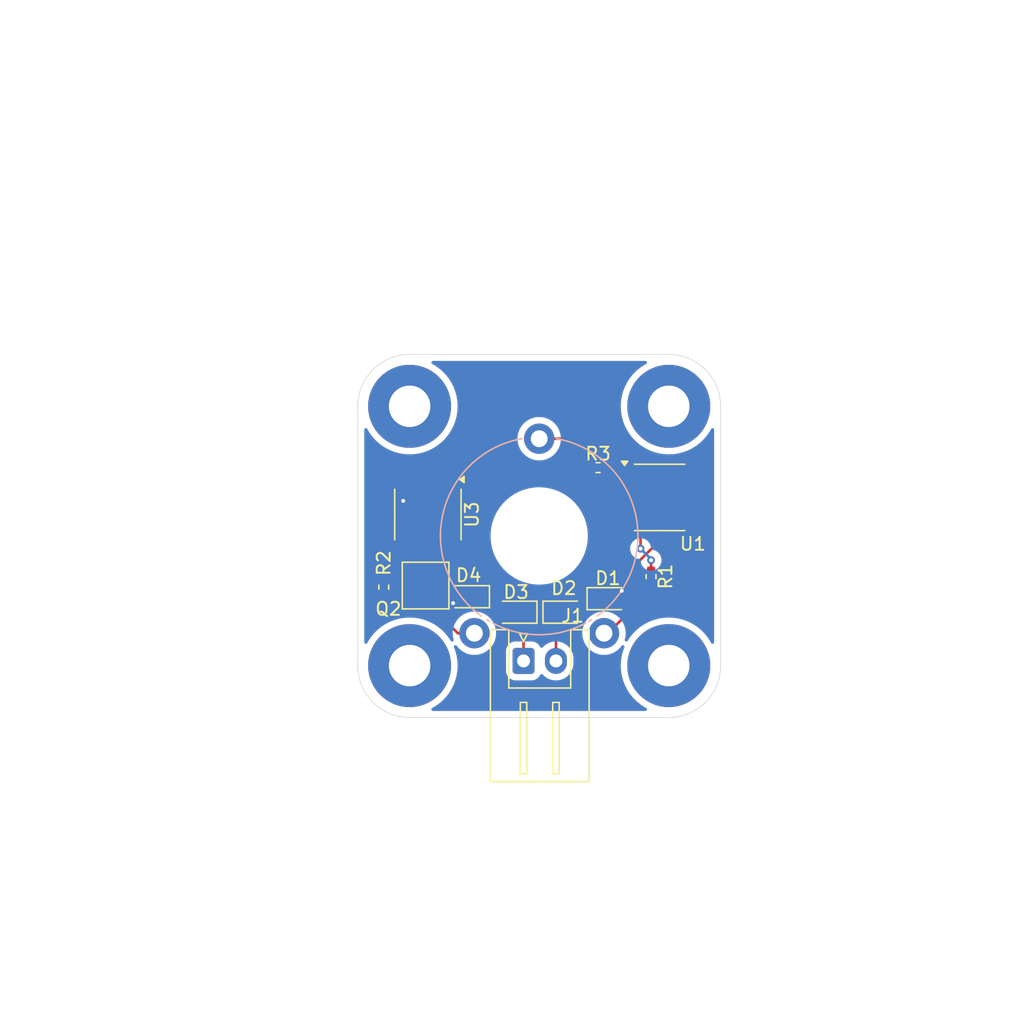
<source format=kicad_pcb>
(kicad_pcb (version 20240108) (generator "pcbnew") (generator_version "8.0")
  (layers (0 "F.Cu" signal) (31 "B.Cu" signal) (34 "B.Paste" user) (35 "F.Paste" user) (36 "B.SilkS" user "B.Silkscreen") (37 "F.SilkS" user "F.Silkscreen") (38 "B.Mask" user) (39 "F.Mask" user) (44 "Edge.Cuts" user))
  (net 0 "")
  (net 1 "GND")
  (net 2 "Net-(D1-K)")
  (net 3 "VCC")
  (net 4 "Net-(D3-A)")
  (net 5 "Net-(Q2-E)")
  (net 6 "Net-(Q2-B)")
  (net 7 "Net-(U1A--)")
  (net 9 "Net-(U1A-+)")
  (net 12 "Net-(U1C-V-)")
  (net 13 "Net-(R1-Pad1)")
  (net 14 "Net-(R2-Pad2)")
  (net 27 "Net-(U3-VREF)")
  (net 28 "Net-(U3-IIN)")
  (net 29 "Net-(U1C-V+)")
  (footprint "Resistor_SMD:R_0402_1005Metric" (layer "F.Cu") (at 138.9634 83.0834 180)
    (property "Reference" "R3" (at 0 1.0668 0) (layer "F.SilkS"))
    (property "Value" "10k")
    (fp_line (start -0.153641 0.38) (end 0.153641 0.38) (stroke (width 0.12)) (layer "F.SilkS"))
    (fp_line (start -0.153641 -0.38) (end 0.153641 -0.38) (stroke (width 0.12)) (layer "F.SilkS"))
    (pad "1" smd roundrect (at -0.51 0 180) (size 0.54 0.64) (layers "F.Cu" "F.Paste" "F.Mask") (net 7 "Net-(U1A--)"))
    (pad "2" smd roundrect (at 0.51 0 180) (size 0.54 0.64) (layers "F.Cu" "F.Paste" "F.Mask") (net 28 "Net-(U3-IIN)"))
  )
  (footprint "Resistor_SMD:R_0402_1005Metric" (layer "F.Cu") (at 122.428 92.3036 -90)
    (property "Reference" "R2" (at -1.8542 0 90) (layer "F.SilkS"))
    (property "Value" "1k")
    (fp_line (start -0.153641 0.38) (end 0.153641 0.38) (stroke (width 0.12)) (layer "F.SilkS"))
    (fp_line (start -0.153641 -0.38) (end 0.153641 -0.38) (stroke (width 0.12)) (layer "F.SilkS"))
    (pad "1" smd roundrect (at -0.51 0 270) (size 0.54 0.64) (layers "F.Cu" "F.Paste" "F.Mask") (net 27 "Net-(U3-VREF)"))
    (pad "2" smd roundrect (at 0.51 0 270) (size 0.54 0.64) (layers "F.Cu" "F.Paste" "F.Mask") (net 14 "Net-(R2-Pad2)"))
  )
  (footprint "MountingHole:MountingHole_3.2mm_M3_Pad_TopBottom" (layer "F.Cu") (at 124.4201 98.3541)
    (property "Reference" "H2" (hide yes))
    (property "Value" "MountingHole_Pad")
    (pad "1" thru_hole circle (at 0 0) (size 3.6 3.6) (drill 3.2) (layers "*.Cu" "*.Mask"))
    (pad "1" connect circle (at 0 0) (size 6.4 6.4) (layers "F.Cu" "F.Mask"))
    (pad "1" connect circle (at 0 0) (size 6.4 6.4) (layers "B.Cu" "B.Mask"))
  )
  (footprint "MountingHole:MountingHole_3.2mm_M3_Pad_TopBottom" (layer "F.Cu") (at 144.4201 78.3541)
    (property "Reference" "H4" (hide yes))
    (property "Value" "MountingHole_Pad")
    (pad "1" thru_hole circle (at 0 0) (size 3.6 3.6) (drill 3.2) (layers "*.Cu" "*.Mask"))
    (pad "1" connect circle (at 0 0) (size 6.4 6.4) (layers "F.Cu" "F.Mask"))
    (pad "1" connect circle (at 0 0) (size 6.4 6.4) (layers "B.Cu" "B.Mask"))
  )
  (footprint "Diode_SMD:D_SOD-323" (layer "F.Cu") (at 136.3218 94.234)
    (property "Reference" "D2" (at 0 -1.85 0) (layer "F.SilkS"))
    (property "Value" "1N4148")
    (fp_line (start -1.61 -0.85) (end -1.61 0.85) (stroke (width 0.12)) (layer "F.SilkS"))
    (fp_line (start -1.61 -0.85) (end 1.05 -0.85) (stroke (width 0.12)) (layer "F.SilkS"))
    (fp_line (start -1.61 0.85) (end 1.05 0.85) (stroke (width 0.12)) (layer "F.SilkS"))
    (pad "1" smd roundrect (at -1.05 0) (size 0.6 0.45) (layers "F.Cu" "F.Paste" "F.Mask") (net 3 "VCC"))
    (pad "2" smd roundrect (at 1.05 0) (size 0.6 0.45) (layers "F.Cu" "F.Paste" "F.Mask") (net 2 "Net-(D1-K)"))
  )
  (footprint "Diode_SMD:D_SOD-323" (layer "F.Cu") (at 132.6388 94.234 180)
    (property "Reference" "D3" (at 0 1.5494 0) (layer "F.SilkS"))
    (property "Value" "1N4148")
    (fp_line (start -1.61 0.85) (end 1.05 0.85) (stroke (width 0.12)) (layer "F.SilkS"))
    (fp_line (start -1.61 -0.85) (end 1.05 -0.85) (stroke (width 0.12)) (layer "F.SilkS"))
    (fp_line (start -1.61 -0.85) (end -1.61 0.85) (stroke (width 0.12)) (layer "F.SilkS"))
    (pad "1" smd roundrect (at -1.05 0 180) (size 0.6 0.45) (layers "F.Cu" "F.Paste" "F.Mask") (net 3 "VCC"))
    (pad "2" smd roundrect (at 1.05 0 180) (size 0.6 0.45) (layers "F.Cu" "F.Paste" "F.Mask") (net 4 "Net-(D3-A)"))
  )
  (footprint "Diode_SMD:D_SOD-323" (layer "F.Cu") (at 128.9726 93.0402 180)
    (property "Reference" "D4" (at 0 1.651 0) (layer "F.SilkS"))
    (property "Value" "1N4148")
    (fp_line (start -1.61 0.85) (end 1.05 0.85) (stroke (width 0.12)) (layer "F.SilkS"))
    (fp_line (start -1.61 -0.85) (end 1.05 -0.85) (stroke (width 0.12)) (layer "F.SilkS"))
    (fp_line (start -1.61 -0.85) (end -1.61 0.85) (stroke (width 0.12)) (layer "F.SilkS"))
    (pad "1" smd roundrect (at -1.05 0 180) (size 0.6 0.45) (layers "F.Cu" "F.Paste" "F.Mask") (net 4 "Net-(D3-A)"))
    (pad "2" smd roundrect (at 1.05 0 180) (size 0.6 0.45) (layers "F.Cu" "F.Paste" "F.Mask") (net 1 "GND"))
  )
  (footprint "MountingHole:MountingHole_3.2mm_M3_Pad_TopBottom" (layer "F.Cu") (at 124.4201 78.3541)
    (property "Reference" "H1" (hide yes))
    (property "Value" "MountingHole_Pad")
    (pad "1" thru_hole circle (at 0 0) (size 3.6 3.6) (drill 3.2) (layers "*.Cu" "*.Mask"))
    (pad "1" connect circle (at 0 0) (size 6.4 6.4) (layers "F.Cu" "F.Mask"))
    (pad "1" connect circle (at 0 0) (size 6.4 6.4) (layers "B.Cu" "B.Mask"))
  )
  (footprint "Package_SO:SOIC-8_3.9x4.9mm_P1.27mm" (layer "F.Cu") (at 125.8316 86.7044 -90)
    (property "Reference" "U3" (at 0 -3.4 90) (layer "F.SilkS"))
    (property "Value" "XTR116U")
    (fp_line (start 0 2.56) (end -1.95 2.56) (stroke (width 0.12)) (layer "F.SilkS"))
    (fp_line (start 0 2.56) (end 1.95 2.56) (stroke (width 0.12)) (layer "F.SilkS"))
    (fp_line (start 0 -2.56) (end -1.95 -2.56) (stroke (width 0.12)) (layer "F.SilkS"))
    (fp_line (start 0 -2.56) (end 1.95 -2.56) (stroke (width 0.12)) (layer "F.SilkS"))
    (fp_poly (pts (xy -2.7 -2.465) (xy -2.94 -2.795) (xy -2.46 -2.795) (xy -2.7 -2.465)) (stroke (width 0.12)) (fill solid) (layer "F.SilkS"))
    (pad "1" smd roundrect (at -2.475 -1.905 270) (size 1.95 0.6) (layers "F.Cu" "F.Paste" "F.Mask") (net 27 "Net-(U3-VREF)"))
    (pad "2" smd roundrect (at -2.475 -0.635 270) (size 1.95 0.6) (layers "F.Cu" "F.Paste" "F.Mask") (net 28 "Net-(U3-IIN)"))
    (pad "3" smd roundrect (at -2.475 0.635 270) (size 1.95 0.6) (layers "F.Cu" "F.Paste" "F.Mask") (net 12 "Net-(U1C-V-)"))
    (pad "4" smd roundrect (at -2.475 1.905 270) (size 1.95 0.6) (layers "F.Cu" "F.Paste" "F.Mask") (net 1 "GND"))
    (pad "5" smd roundrect (at 2.475 1.905 270) (size 1.95 0.6) (layers "F.Cu" "F.Paste" "F.Mask") (net 5 "Net-(Q2-E)"))
    (pad "6" smd roundrect (at 2.475 0.635 270) (size 1.95 0.6) (layers "F.Cu" "F.Paste" "F.Mask") (net 6 "Net-(Q2-B)"))
    (pad "7" smd roundrect (at 2.475 -0.635 270) (size 1.95 0.6) (layers "F.Cu" "F.Paste" "F.Mask") (net 3 "VCC"))
    (pad "8" smd roundrect (at 2.475 -1.905 270) (size 1.95 0.6) (layers "F.Cu" "F.Paste" "F.Mask") (net 29 "Net-(U1C-V+)"))
  )
  (footprint "Connector_JST:JST_XH_S2B-XH-A_1x02_P2.50mm_Horizontal" (layer "F.Cu") (at 133.2122 97.9932)
    (property "Reference" "J1" (at 3.7954 -3.4798 0) (layer "F.SilkS"))
    (property "Value" "current")
    (fp_line (start -2.56 -2.41) (end -1.14 -2.41) (stroke (width 0.12)) (layer "F.SilkS"))
    (fp_line (start -2.56 9.31) (end -2.56 -2.41) (stroke (width 0.12)) (layer "F.SilkS"))
    (fp_line (start -1.14 -2.41) (end -1.14 2.09) (stroke (width 0.12)) (layer "F.SilkS"))
    (fp_line (start -1.14 2.09) (end 1.25 2.09) (stroke (width 0.12)) (layer "F.SilkS"))
    (fp_line (start -0.3 -2.1) (end 0.3 -2.1) (stroke (width 0.12)) (layer "F.SilkS"))
    (fp_line (start -0.25 3.2) (end -0.25 8.7) (stroke (width 0.12)) (layer "F.SilkS"))
    (fp_line (start -0.25 8.7) (end 0.25 8.7) (stroke (width 0.12)) (layer "F.SilkS"))
    (fp_line (start 0 -1.5) (end -0.3 -2.1) (stroke (width 0.12)) (layer "F.SilkS"))
    (fp_line (start 0.25 3.2) (end -0.25 3.2) (stroke (width 0.12)) (layer "F.SilkS"))
    (fp_line (start 0.25 8.7) (end 0.25 3.2) (stroke (width 0.12)) (layer "F.SilkS"))
    (fp_line (start 0.3 -2.1) (end 0 -1.5) (stroke (width 0.12)) (layer "F.SilkS"))
    (fp_line (start 1.25 9.31) (end -2.56 9.31) (stroke (width 0.12)) (layer "F.SilkS"))
    (fp_line (start 1.25 9.31) (end 5.06 9.31) (stroke (width 0.12)) (layer "F.SilkS"))
    (fp_line (start 2.25 3.2) (end 2.25 8.7) (stroke (width 0.12)) (layer "F.SilkS"))
    (fp_line (start 2.25 8.7) (end 2.75 8.7) (stroke (width 0.12)) (layer "F.SilkS"))
    (fp_line (start 2.75 3.2) (end 2.25 3.2) (stroke (width 0.12)) (layer "F.SilkS"))
    (fp_line (start 2.75 8.7) (end 2.75 3.2) (stroke (width 0.12)) (layer "F.SilkS"))
    (fp_line (start 3.64 -2.41) (end 3.64 2.09) (stroke (width 0.12)) (layer "F.SilkS"))
    (fp_line (start 3.64 2.09) (end 1.25 2.09) (stroke (width 0.12)) (layer "F.SilkS"))
    (fp_line (start 5.06 -2.41) (end 3.64 -2.41) (stroke (width 0.12)) (layer "F.SilkS"))
    (fp_line (start 5.06 9.31) (end 5.06 -2.41) (stroke (width 0.12)) (layer "F.SilkS"))
    (pad "1" thru_hole roundrect (at 0 0) (size 1.7 2) (drill 1) (layers "*.Cu" "*.Mask") (roundrect_rratio 0.147059) (net 4 "Net-(D3-A)"))
    (pad "2" thru_hole oval (at 2.5 0) (size 1.7 2) (drill 1) (layers "*.Cu" "*.Mask") (net 2 "Net-(D1-K)"))
  )
  (footprint "Diode_SMD:D_SOD-323" (layer "F.Cu") (at 139.7254 93.1926)
    (property "Reference" "D1" (at 0 -1.5748 0) (layer "F.SilkS"))
    (property "Value" "1N4148")
    (fp_line (start -1.61 -0.85) (end -1.61 0.85) (stroke (width 0.12)) (layer "F.SilkS"))
    (fp_line (start -1.61 -0.85) (end 1.05 -0.85) (stroke (width 0.12)) (layer "F.SilkS"))
    (fp_line (start -1.61 0.85) (end 1.05 0.85) (stroke (width 0.12)) (layer "F.SilkS"))
    (pad "1" smd roundrect (at -1.05 0) (size 0.6 0.45) (layers "F.Cu" "F.Paste" "F.Mask") (net 2 "Net-(D1-K)"))
    (pad "2" smd roundrect (at 1.05 0) (size 0.6 0.45) (layers "F.Cu" "F.Paste" "F.Mask") (net 1 "GND"))
  )
  (footprint "Resistor_SMD:R_0402_1005Metric" (layer "F.Cu") (at 143.0528 91.4908 90)
    (property "Reference" "R1" (at 0 1.1176 90) (layer "F.SilkS"))
    (property "Value" "1k")
    (fp_line (start -0.153641 -0.38) (end 0.153641 -0.38) (stroke (width 0.12)) (layer "F.SilkS"))
    (fp_line (start -0.153641 0.38) (end 0.153641 0.38) (stroke (width 0.12)) (layer "F.SilkS"))
    (pad "1" smd roundrect (at -0.51 0 90) (size 0.54 0.64) (layers "F.Cu" "F.Paste" "F.Mask") (net 13 "Net-(R1-Pad1)"))
    (pad "2" smd roundrect (at 0.51 0 90) (size 0.54 0.64) (layers "F.Cu" "F.Paste" "F.Mask") (net 12 "Net-(U1C-V-)"))
  )
  (footprint "Package_SO:SOIC-8_3.9x4.9mm_P1.27mm" (layer "F.Cu") (at 143.7132 85.3836)
    (property "Reference" "U1" (at 2.5654 3.5814 0) (layer "F.SilkS"))
    (property "Value" "LM358")
    (fp_line (start 0 -2.56) (end -1.95 -2.56) (stroke (width 0.12)) (layer "F.SilkS"))
    (fp_line (start 0 -2.56) (end 1.95 -2.56) (stroke (width 0.12)) (layer "F.SilkS"))
    (fp_line (start 0 2.56) (end -1.95 2.56) (stroke (width 0.12)) (layer "F.SilkS"))
    (fp_line (start 0 2.56) (end 1.95 2.56) (stroke (width 0.12)) (layer "F.SilkS"))
    (fp_poly (pts (xy -2.7 -2.465) (xy -2.94 -2.795) (xy -2.46 -2.795) (xy -2.7 -2.465)) (stroke (width 0.12)) (fill solid) (layer "F.SilkS"))
    (pad "1" smd roundrect (at -2.475 -1.905) (size 1.95 0.6) (layers "F.Cu" "F.Paste" "F.Mask") (net 7 "Net-(U1A--)"))
    (pad "2" smd roundrect (at -2.475 -0.635) (size 1.95 0.6) (layers "F.Cu" "F.Paste" "F.Mask") (net 7 "Net-(U1A--)"))
    (pad "3" smd roundrect (at -2.475 0.635) (size 1.95 0.6) (layers "F.Cu" "F.Paste" "F.Mask") (net 9 "Net-(U1A-+)"))
    (pad "4" smd roundrect (at -2.475 1.905) (size 1.95 0.6) (layers "F.Cu" "F.Paste" "F.Mask") (net 12 "Net-(U1C-V-)"))
    (pad "5" smd roundrect (at 2.475 1.905) (size 1.95 0.6) (layers "F.Cu" "F.Paste" "F.Mask"))
    (pad "6" smd roundrect (at 2.475 0.635) (size 1.95 0.6) (layers "F.Cu" "F.Paste" "F.Mask"))
    (pad "7" smd roundrect (at 2.475 -0.635) (size 1.95 0.6) (layers "F.Cu" "F.Paste" "F.Mask"))
    (pad "8" smd roundrect (at 2.475 -1.905) (size 1.95 0.6) (layers "F.Cu" "F.Paste" "F.Mask") (net 29 "Net-(U1C-V+)"))
  )
  (footprint "PCM_Package_TO_SOT_SMD_AKL:SOT-23" (layer "F.Cu") (at 125.6538 92.1796)
    (property "Reference" "Q2" (at -2.8702 1.8004 0) (layer "F.SilkS"))
    (property "Value" "MMBT2222A" (hide yes))
    (fp_line (start -1.8 -1.8) (end -1.8 1.8) (stroke (width 0.12)) (layer "F.SilkS"))
    (fp_line (start -1.8 1.8) (end 1.8 1.8) (stroke (width 0.12)) (layer "F.SilkS"))
    (fp_line (start 1.8 -1.8) (end -1.8 -1.8) (stroke (width 0.12)) (layer "F.SilkS"))
    (fp_line (start 1.8 1.8) (end 1.8 -1.8) (stroke (width 0.12)) (layer "F.SilkS"))
    (pad "1" smd roundrect (at -1 -0.95) (size 0.9 0.8) (layers "F.Cu" "F.Paste" "F.Mask") (net 6 "Net-(Q2-B)"))
    (pad "2" smd roundrect (at -1 0.95) (size 0.9 0.8) (layers "F.Cu" "F.Paste" "F.Mask") (net 5 "Net-(Q2-E)"))
    (pad "3" smd roundrect (at 1 0) (size 0.9 0.8) (layers "F.Cu" "F.Paste" "F.Mask") (net 3 "VCC"))
  )
  (footprint "MountingHole:MountingHole_3.2mm_M3_Pad_TopBottom" (layer "F.Cu") (at 144.4201 98.3541)
    (property "Reference" "H3" (hide yes))
    (property "Value" "MountingHole_Pad")
    (pad "1" thru_hole circle (at 0 0) (size 3.6 3.6) (drill 3.2) (layers "*.Cu" "*.Mask"))
    (pad "1" connect circle (at 0 0) (size 6.4 6.4) (layers "F.Cu" "F.Mask"))
    (pad "1" connect circle (at 0 0) (size 6.4 6.4) (layers "B.Cu" "B.Mask"))
  )
  (footprint "PCM_Potentiometer_THT_AKL:Potentiometer_Piher_PT-15-V15_Vertical_Hole" (layer "B.Cu") (at 129.4201 95.8541 90)
    (property "Reference" "RV1" (hide yes))
    (property "Value" "100k PTN15-E100DB10-H" (hide yes))
    (fp_arc (start 7.5 -2.62) (mid 12.398042 -0.837259) (end 15.004235 3.676801) (stroke (width 0.12)) (layer "B.SilkS"))
    (fp_arc (start 1.335 0.522) (mid 4.099288 -1.818715) (end 7.632064 -2.618548) (stroke (width 0.12)) (layer "B.SilkS"))
    (fp_arc (start 0.901 1.191) (mid 0.968481 1.076412) (end 1.037952 0.963019) (stroke (width 0.12)) (layer "B.SilkS"))
    (fp_arc (start 15.005 6.322) (mid 9.21553 12.424935) (end 1.335622 9.480307) (stroke (width 0.12)) (layer "B.SilkS"))
    (fp_arc (start 0.773 8.578) (mid -0.119358 5.001051) (end 0.772013 1.423856) (stroke (width 0.12)) (layer "B.SilkS"))
    (fp_arc (start 1.039 9.038) (mid 0.969512 8.924625) (end 0.902012 8.810055) (stroke (width 0.12)) (layer "B.SilkS"))
    (pad "" np_thru_hole circle (at 7.5 5 90) (size 7 7) (drill 7) (layers "*.Cu" "*.Mask"))
    (pad "1" thru_hole circle (at 0 0 90) (size 2.34 2.34) (drill 1.3) (layers "*.Cu" "*.Mask") (net 14 "Net-(R2-Pad2)"))
    (pad "2" thru_hole circle (at 15 5 90) (size 2.34 2.34) (drill 1.3) (layers "*.Cu" "*.Mask") (net 9 "Net-(U1A-+)"))
    (pad "3" thru_hole circle (at 0 10 90) (size 2.34 2.34) (drill 1.3) (layers "*.Cu" "*.Mask") (net 13 "Net-(R1-Pad1)"))
  )
  (gr_arc (start 144.4201 74.3541) (mid 147.248527 75.525673) (end 148.4201 78.3541) (stroke (width 0.05)) (layer "Edge.Cuts"))
  (gr_line (start 144.4201 74.3541) (end 124.4201 74.3541) (stroke (width 0.05)) (layer "Edge.Cuts"))
  (gr_line (start 120.4201 78.3541) (end 120.4201 98.3541) (stroke (width 0.05)) (layer "Edge.Cuts"))
  (gr_arc (start 148.4201 98.3541) (mid 147.248527 101.182527) (end 144.4201 102.3541) (stroke (width 0.05)) (layer "Edge.Cuts"))
  (gr_line (start 144.4201 102.3541) (end 124.4201 102.3541) (stroke (width 0.05)) (layer "Edge.Cuts"))
  (gr_arc (start 120.4201 78.3541) (mid 121.591673 75.525673) (end 124.4201 74.3541) (stroke (width 0.05)) (layer "Edge.Cuts"))
  (gr_line (start 148.4201 78.3541) (end 148.4201 98.3541) (stroke (width 0.05)) (layer "Edge.Cuts"))
  (gr_arc (start 124.4201 102.3541) (mid 121.591673 101.182527) (end 120.4201 98.3541) (stroke (width 0.05)) (layer "Edge.Cuts"))
  (segment (start 123.9266 85.6488) (end 123.9266 84.2294) (width 0.2) (layer "F.Cu") (net 1))
  (segment (start 140.7922 92.583) (end 140.7922 93.1758) (width 0.2) (layer "F.Cu") (net 1))
  (segment (start 127.9226 93.3876) (end 127.9226 93.0402) (width 0.2) (layer "F.Cu") (net 1))
  (segment (start 140.7922 93.1758) (end 140.7754 93.1926) (width 0.2) (layer "F.Cu") (net 1))
  (segment (start 127.7747 93.5355) (end 127.9226 93.3876) (width 0.2) (layer "F.Cu") (net 1))
  (via (at 140.7922 92.583) (size 0.6) (drill 0.3) (layers "F.Cu" "B.Cu") (net 1))
  (via (at 127.7747 93.5355) (size 0.6) (drill 0.3) (layers "F.Cu" "B.Cu") (net 1))
  (via (at 123.9266 85.6488) (size 0.6) (drill 0.3) (layers "F.Cu" "B.Cu") (net 1))
  (segment (start 137.3718 94.234) (end 135.7122 95.8936) (width 0.2) (layer "F.Cu") (net 2))
  (segment (start 135.7122 95.8936) (end 135.7122 97.9932) (width 0.2) (layer "F.Cu") (net 2))
  (segment (start 137.3718 94.234) (end 137.634 94.234) (width 0.2) (layer "F.Cu") (net 2))
  (segment (start 137.634 94.234) (end 138.6754 93.1926) (width 0.2) (layer "F.Cu") (net 2))
  (segment (start 130.7622 92.1796) (end 132.8166 94.234) (width 0.2) (layer "F.Cu") (net 3))
  (segment (start 126.6538 89.3666) (end 126.4666 89.1794) (width 0.2) (layer "F.Cu") (net 3))
  (segment (start 132.8166 94.234) (end 133.6888 94.234) (width 0.2) (layer "F.Cu") (net 3))
  (segment (start 126.6538 92.1796) (end 126.6538 89.3666) (width 0.2) (layer "F.Cu") (net 3))
  (segment (start 126.6538 92.1796) (end 130.7622 92.1796) (width 0.2) (layer "F.Cu") (net 3))
  (segment (start 133.6888 94.234) (end 135.2718 94.234) (width 0.2) (layer "F.Cu") (net 3))
  (segment (start 133.2122 97.9932) (end 133.2122 95.8574) (width 0.2) (layer "F.Cu") (net 4))
  (segment (start 133.2122 95.8574) (end 131.5888 94.234) (width 0.2) (layer "F.Cu") (net 4))
  (segment (start 131.2164 94.234) (end 130.0226 93.0402) (width 0.2) (layer "F.Cu") (net 4))
  (segment (start 133.1046 97.8856) (end 133.2122 97.9932) (width 0.2) (layer "F.Cu") (net 4))
  (segment (start 131.5888 94.234) (end 131.2164 94.234) (width 0.2) (layer "F.Cu") (net 4))
  (segment (start 133.9342 97.9932) (end 133.2122 97.9932) (width 0.2) (layer "F.Cu") (net 4))
  (segment (start 123.626601 89.479399) (end 123.9266 89.1794) (width 0.2) (layer "F.Cu") (net 5))
  (segment (start 123.626601 92.102401) (end 123.626601 89.479399) (width 0.2) (layer "F.Cu") (net 5))
  (segment (start 124.6538 93.1296) (end 123.626601 92.102401) (width 0.2) (layer "F.Cu") (net 5))
  (segment (start 124.6538 91.2296) (end 124.6538 89.7222) (width 0.2) (layer "F.Cu") (net 6))
  (segment (start 124.6538 89.7222) (end 125.1966 89.1794) (width 0.2) (layer "F.Cu") (net 6))
  (segment (start 139.4734 83.0834) (end 139.8686 83.4786) (width 0.2) (layer "F.Cu") (net 7))
  (segment (start 139.8686 83.4786) (end 141.2382 83.4786) (width 0.2) (layer "F.Cu") (net 7))
  (segment (start 141.2382 84.7486) (end 141.2382 83.4786) (width 0.2) (layer "F.Cu") (net 7))
  (segment (start 142.213199 86.0186) (end 142.875 85.356799) (width 0.2) (layer "F.Cu") (net 9))
  (segment (start 142.875 82.999524) (end 140.729576 80.8541) (width 0.2) (layer "F.Cu") (net 9))
  (segment (start 141.2382 86.0186) (end 142.213199 86.0186) (width 0.2) (layer "F.Cu") (net 9))
  (segment (start 140.729576 80.8541) (end 134.4201 80.8541) (width 0.2) (layer "F.Cu") (net 9))
  (segment (start 142.875 85.356799) (end 142.875 82.999524) (width 0.2) (layer "F.Cu") (net 9))
  (segment (start 143.0528 90.9808) (end 143.0528 90.2208) (width 0.2) (layer "F.Cu") (net 12))
  (segment (start 140.5778 87.2886) (end 141.2382 87.2886) (width 0.2) (layer "F.Cu") (net 12))
  (segment (start 128.507761 86.350839) (end 131.2418 83.6168) (width 0.2) (layer "F.Cu") (net 12))
  (segment (start 125.1966 84.2294) (end 125.1966 85.204399) (width 0.2) (layer "F.Cu") (net 12))
  (segment (start 131.2418 83.6168) (end 136.906 83.6168) (width 0.2) (layer "F.Cu") (net 12))
  (segment (start 136.906 83.6168) (end 140.5778 87.2886) (width 0.2) (layer "F.Cu") (net 12))
  (segment (start 126.34304 86.350839) (end 128.507761 86.350839) (width 0.2) (layer "F.Cu") (net 12))
  (segment (start 142.242372 88.292772) (end 141.2382 87.2886) (width 0.2) (layer "F.Cu") (net 12))
  (segment (start 125.1966 85.204399) (end 126.34304 86.350839) (width 0.2) (layer "F.Cu") (net 12))
  (segment (start 142.242372 89.33417) (end 142.242372 88.292772) (width 0.2) (layer "F.Cu") (net 12))
  (via (at 142.242372 89.33417) (size 0.6) (drill 0.3) (layers "F.Cu" "B.Cu") (net 12))
  (via (at 143.0528 90.2208) (size 0.6) (drill 0.3) (layers "F.Cu" "B.Cu") (net 12))
  (segment (start 143.0528 90.144598) (end 143.0528 90.2208) (width 0.2) (layer "B.Cu") (net 12))
  (segment (start 142.242372 89.33417) (end 143.0528 90.144598) (width 0.2) (layer "B.Cu") (net 12))
  (segment (start 139.7309 95.8541) (end 139.4201 95.8541) (width 0.2) (layer "F.Cu") (net 13))
  (segment (start 143.0528 92.5322) (end 139.7309 95.8541) (width 0.2) (layer "F.Cu") (net 13))
  (segment (start 143.0528 92.0008) (end 143.0528 92.5322) (width 0.2) (layer "F.Cu") (net 13))
  (segment (start 123.7468 94.1324) (end 126.4158 94.1324) (width 0.2) (layer "F.Cu") (net 14))
  (segment (start 128.1375 95.8541) (end 129.4201 95.8541) (width 0.2) (layer "F.Cu") (net 14))
  (segment (start 126.4158 94.1324) (end 128.1375 95.8541) (width 0.2) (layer "F.Cu") (net 14))
  (segment (start 122.428 92.8136) (end 123.7468 94.1324) (width 0.2) (layer "F.Cu") (net 14))
  (segment (start 123.6726 82.6262) (end 122.428 83.8708) (width 0.2) (layer "F.Cu") (net 27))
  (segment (start 122.428 83.8708) (end 122.428 91.7936) (width 0.2) (layer "F.Cu") (net 27))
  (segment (start 127.7366 83.883848) (end 126.478952 82.6262) (width 0.2) (layer "F.Cu") (net 27))
  (segment (start 126.478952 82.6262) (end 123.6726 82.6262) (width 0.2) (layer "F.Cu") (net 27))
  (segment (start 127.7366 84.2294) (end 127.7366 83.883848) (width 0.2) (layer "F.Cu") (net 27))
  (segment (start 126.4666 85.204399) (end 126.4666 84.2294) (width 0.2) (layer "F.Cu") (net 28))
  (segment (start 138.0724 82.7024) (end 131.2926 82.7024) (width 0.2) (layer "F.Cu") (net 28))
  (segment (start 131.2926 82.7024) (end 128.2192 85.7758) (width 0.2) (layer "F.Cu") (net 28))
  (segment (start 128.2192 85.7758) (end 127.038001 85.7758) (width 0.2) (layer "F.Cu") (net 28))
  (segment (start 127.038001 85.7758) (end 126.4666 85.204399) (width 0.2) (layer "F.Cu") (net 28))
  (segment (start 126.4666 83.8454) (end 126.4666 84.2294) (width 0.2) (layer "F.Cu") (net 28))
  (segment (start 138.4534 83.0834) (end 138.0724 82.7024) (width 0.2) (layer "F.Cu") (net 28))
  (segment (start 146.1882 83.4786) (end 145.393752 83.4786) (width 0.2) (layer "F.Cu") (net 29))
  (segment (start 128.5494 89.1794) (end 127.7366 89.1794) (width 0.2) (layer "F.Cu") (net 29))
  (segment (start 144.018 84.854352) (end 144.018 88.407071) (width 0.2) (layer "F.Cu") (net 29))
  (segment (start 145.393752 83.4786) (end 144.018 84.854352) (width 0.2) (layer "F.Cu") (net 29))
  (segment (start 144.018 88.407071) (end 139.757471 92.6676) (width 0.2) (layer "F.Cu") (net 29))
  (segment (start 139.757471 92.6676) (end 132.0376 92.6676) (width 0.2) (layer "F.Cu") (net 29))
  (segment (start 132.0376 92.6676) (end 128.5494 89.1794) (width 0.2) (layer "F.Cu") (net 29))
  (zone (net 1) (net_name "GND") (layer "B.Cu") (connect_pads (clearance 0.5)) (min_thickness 0.25) (fill yes (thermal_gap 0.5) (thermal_bridge_width 0.5))
    (polygon (pts (xy 97.8154 47.5488) (xy 171.7548 47.0154) (xy 167.1066 125.2982) (xy 92.8116 125.984)))
  )
)
</source>
